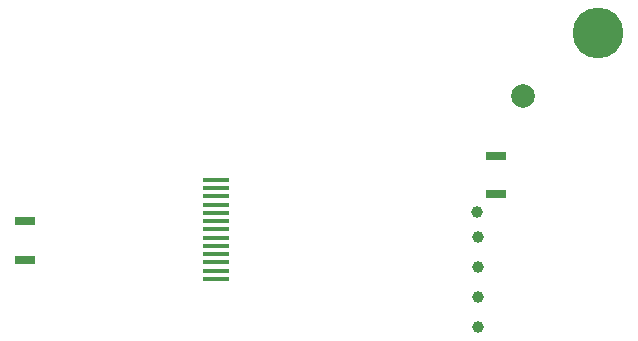
<source format=gbs>
G04 #@! TF.GenerationSoftware,KiCad,Pcbnew,9.0.2*
G04 #@! TF.CreationDate,2026-01-05T11:11:59+01:00*
G04 #@! TF.ProjectId,switch,73776974-6368-42e6-9b69-6361645f7063,rev?*
G04 #@! TF.SameCoordinates,Original*
G04 #@! TF.FileFunction,Soldermask,Bot*
G04 #@! TF.FilePolarity,Negative*
%FSLAX46Y46*%
G04 Gerber Fmt 4.6, Leading zero omitted, Abs format (unit mm)*
G04 Created by KiCad (PCBNEW 9.0.2) date 2026-01-05 11:11:59*
%MOMM*%
%LPD*%
G01*
G04 APERTURE LIST*
G04 Aperture macros list*
%AMRoundRect*
0 Rectangle with rounded corners*
0 $1 Rounding radius*
0 $2 $3 $4 $5 $6 $7 $8 $9 X,Y pos of 4 corners*
0 Add a 4 corners polygon primitive as box body*
4,1,4,$2,$3,$4,$5,$6,$7,$8,$9,$2,$3,0*
0 Add four circle primitives for the rounded corners*
1,1,$1+$1,$2,$3*
1,1,$1+$1,$4,$5*
1,1,$1+$1,$6,$7*
1,1,$1+$1,$8,$9*
0 Add four rect primitives between the rounded corners*
20,1,$1+$1,$2,$3,$4,$5,0*
20,1,$1+$1,$4,$5,$6,$7,0*
20,1,$1+$1,$6,$7,$8,$9,0*
20,1,$1+$1,$8,$9,$2,$3,0*%
G04 Aperture macros list end*
%ADD10C,1.000000*%
%ADD11C,2.000000*%
%ADD12C,4.300000*%
%ADD13RoundRect,0.102000X-0.750000X0.275000X-0.750000X-0.275000X0.750000X-0.275000X0.750000X0.275000X0*%
%ADD14RoundRect,0.092500X1.007500X0.092500X-1.007500X0.092500X-1.007500X-0.092500X1.007500X-0.092500X0*%
G04 APERTURE END LIST*
D10*
G04 #@! TO.C,TP2*
X180314600Y-124917200D03*
G04 #@! TD*
G04 #@! TO.C,TP1*
X180340000Y-127000000D03*
G04 #@! TD*
D11*
G04 #@! TO.C,TP5*
X184150000Y-115062000D03*
G04 #@! TD*
D12*
G04 #@! TO.C,H1*
X190500000Y-109728000D03*
G04 #@! TD*
D13*
G04 #@! TO.C,SW1*
X142036800Y-125688300D03*
X142036800Y-128938300D03*
G04 #@! TD*
D10*
G04 #@! TO.C,TP9*
X180340000Y-132080000D03*
G04 #@! TD*
D14*
G04 #@! TO.C,J2*
X158212000Y-122162000D03*
X158212000Y-122862000D03*
X158212000Y-123562000D03*
X158212000Y-124262000D03*
X158212000Y-124962000D03*
X158212000Y-125662000D03*
X158212000Y-126362000D03*
X158212000Y-127062000D03*
X158212000Y-127762000D03*
X158212000Y-128462000D03*
X158212000Y-129162000D03*
X158212000Y-129862000D03*
X158212000Y-130562000D03*
G04 #@! TD*
D10*
G04 #@! TO.C,TP8*
X180340000Y-129540000D03*
G04 #@! TD*
G04 #@! TO.C,TP10*
X180340000Y-134620000D03*
G04 #@! TD*
D13*
G04 #@! TO.C,SW2*
X181889400Y-120151100D03*
X181889400Y-123401100D03*
G04 #@! TD*
M02*

</source>
